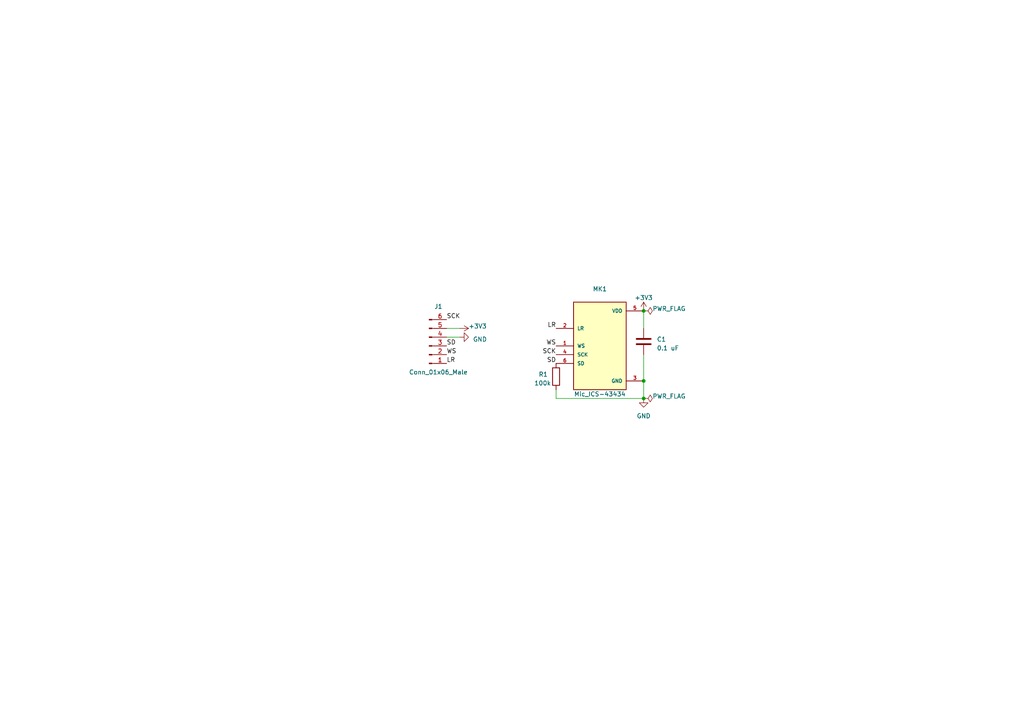
<source format=kicad_sch>
(kicad_sch (version 20210615) (generator eeschema)
  (paper "A4")
  (title_block (title "NB3 Ear") (date "2021-07-06") (rev "0.0.1") (company "Voight-Kampff") (comment 1 "MEMS microphone with I2S interface"))
  (lib_symbols
    (symbol "Connector:Conn_01x06_Male" (pin_names (offset 1.016) hide)
      (property "Reference" "J" (at 0 7.62 0))
      (property "Value" "Conn_01x06_Male" (at 0 -10.16 0))
      (symbol "Conn_01x06_Male_1_1"
        (rectangle (start 0.8636 -7.493) (end 0 -7.747) (stroke (width 0.1524)) (fill (type outline)))
        (rectangle (start 0.8636 -4.953) (end 0 -5.207) (stroke (width 0.1524)) (fill (type outline)))
        (rectangle (start 0.8636 -2.413) (end 0 -2.667) (stroke (width 0.1524)) (fill (type outline)))
        (rectangle (start 0.8636 0.127) (end 0 -0.127) (stroke (width 0.1524)) (fill (type outline)))
        (rectangle (start 0.8636 2.667) (end 0 2.413) (stroke (width 0.1524)) (fill (type outline)))
        (rectangle (start 0.8636 5.207) (end 0 4.953) (stroke (width 0.1524)) (fill (type outline)))
        (polyline (pts (xy 1.27 -7.62) (xy 0.8636 -7.62)) (stroke (width 0.1524)))
        (polyline (pts (xy 1.27 -5.08) (xy 0.8636 -5.08)) (stroke (width 0.1524)))
        (polyline (pts (xy 1.27 -2.54) (xy 0.8636 -2.54)) (stroke (width 0.1524)))
        (polyline (pts (xy 1.27 0) (xy 0.8636 0)) (stroke (width 0.1524)))
        (polyline (pts (xy 1.27 2.54) (xy 0.8636 2.54)) (stroke (width 0.1524)))
        (polyline (pts (xy 1.27 5.08) (xy 0.8636 5.08)) (stroke (width 0.1524)))
        (pin passive line (at 5.08 5.08 180) (length 3.81) (name "Pin_1") (number "1"))
        (pin passive line (at 5.08 2.54 180) (length 3.81) (name "Pin_2") (number "2"))
        (pin passive line (at 5.08 0 180) (length 3.81) (name "Pin_3") (number "3"))
        (pin passive line (at 5.08 -2.54 180) (length 3.81) (name "Pin_4") (number "4"))
        (pin passive line (at 5.08 -5.08 180) (length 3.81) (name "Pin_5") (number "5"))
        (pin passive line (at 5.08 -7.62 180) (length 3.81) (name "Pin_6") (number "6"))
      )
    )
    (symbol "Device:C" (pin_numbers hide) (pin_names (offset 0.254))
      (property "Reference" "C" (at 0.635 2.54 0))
      (property "Value" "C" (at 0.635 -2.54 0))
      (symbol "C_0_1"
        (polyline (pts (xy -2.032 -0.762) (xy 2.032 -0.762)) (stroke (width 0.508)))
        (polyline (pts (xy -2.032 0.762) (xy 2.032 0.762)) (stroke (width 0.508)))
      )
      (symbol "C_1_1"
        (pin passive line (at 0 3.81 270) (length 2.794) (name "~") (number "1"))
        (pin passive line (at 0 -3.81 90) (length 2.794) (name "~") (number "2"))
      )
    )
    (symbol "Device:R" (pin_numbers hide) (pin_names (offset 0))
      (property "Reference" "R" (at 2.032 0 90))
      (property "Value" "R" (at 0 0 90))
      (symbol "R_0_1"
        (rectangle (start -1.016 -2.54) (end 1.016 2.54) (stroke (width 0.254)))
      )
      (symbol "R_1_1"
        (pin passive line (at 0 3.81 270) (length 1.27) (name "~") (number "1"))
        (pin passive line (at 0 -3.81 90) (length 1.27) (name "~") (number "2"))
      )
    )
    (symbol "NB3_ear:Mic_ICS-43434" (pin_names (offset 1.016))
      (property "Reference" "MK" (at -7.6708 12.7762 0))
      (property "Value" "Mic_ICS-43434" (at -7.6708 -15.3416 0))
      (symbol "Mic_ICS-43434_0_0"
        (rectangle (start -7.62 -12.7) (end 7.62 12.7) (stroke (width 0.254)) (fill (type background)))
        (pin input line (at -12.7 0 0) (length 5.08) (name "WS") (number "1"))
        (pin input line (at -12.7 5.08 0) (length 5.08) (name "LR") (number "2"))
        (pin power_in line (at 12.7 -10.16 180) (length 5.08) (name "GND") (number "3"))
        (pin input line (at -12.7 -2.54 0) (length 5.08) (name "SCK") (number "4"))
        (pin power_in line (at 12.7 10.16 180) (length 5.08) (name "VDD") (number "5"))
        (pin output line (at -12.7 -5.08 0) (length 5.08) (name "SD") (number "6"))
      )
    )
    (symbol "power:+3.3V" (power) (pin_names (offset 0))
      (property "Value" "+3.3V" (at 0 3.556 0))
      (symbol "+3.3V_0_1"
        (polyline (pts (xy -0.762 1.27) (xy 0 2.54)))
        (polyline (pts (xy 0 0) (xy 0 2.54)))
        (polyline (pts (xy 0 2.54) (xy 0.762 1.27)))
      )
      (symbol "+3.3V_1_1"
        (pin power_in line (at 0 0 90) (length 0) hide (name "+3V3") (number "1"))
      )
    )
    (symbol "power:GND" (power) (pin_names (offset 0))
      (property "Value" "GND" (at 0 -3.81 0))
      (symbol "GND_0_1"
        (polyline (pts (xy 0 0) (xy 0 -1.27) (xy 1.27 -1.27) (xy 0 -2.54) (xy -1.27 -1.27) (xy 0 -1.27)))
      )
      (symbol "GND_1_1"
        (pin power_in line (at 0 0 270) (length 0) hide (name "GND") (number "1"))
      )
    )
    (symbol "power:PWR_FLAG" (power) (pin_numbers hide) (pin_names (offset 0) hide)
      (property "Value" "PWR_FLAG" (at 0 3.81 0))
      (symbol "PWR_FLAG_0_0"
        (pin power_out line (at 0 0 90) (length 0) (name "pwr") (number "1"))
      )
      (symbol "PWR_FLAG_0_1"
        (polyline (pts (xy 0 0) (xy 0 1.27) (xy -1.016 1.905) (xy 0 2.54) (xy 1.016 1.905) (xy 0 1.27)))
      )
    )
  )
  (junction (at 186.69 90.17) (diameter 0.9144))
  (junction (at 186.69 110.49) (diameter 0.9144))
  (junction (at 186.69 115.57) (diameter 0.9144))
  (wire (pts (xy 129.54 95.25) (xy 133.35 95.25)))
  (wire (pts (xy 129.54 97.79) (xy 133.35 97.79)))
  (wire (pts (xy 161.29 115.57) (xy 161.29 113.03)))
  (wire (pts (xy 186.69 90.17) (xy 186.69 95.25)))
  (wire (pts (xy 186.69 102.87) (xy 186.69 110.49)))
  (wire (pts (xy 186.69 110.49) (xy 186.69 115.57)))
  (wire (pts (xy 186.69 115.57) (xy 161.29 115.57)))
  (label "SCK" (at 129.54 92.71 0))
  (label "SD" (at 129.54 100.33 0))
  (label "WS" (at 129.54 102.87 0))
  (label "LR" (at 129.54 105.41 0))
  (label "LR" (at 161.29 95.25 180))
  (label "WS" (at 161.29 100.33 180))
  (label "SCK" (at 161.29 102.87 180))
  (label "SD" (at 161.29 105.41 180))
  (symbol (lib_id "power:+3.3V") (at 133.35 95.25 270) (unit 1)
    (property "Reference" "#PWR0101" (effects hide))
    (property "Value" "+3.3V" (at 135.89 94.6149 90) (effects (justify left)))
  )
  (symbol (lib_id "power:+3.3V") (at 186.69 90.17 0) (unit 1)
    (property "Reference" "#PWR0102" (effects hide))
    (property "Value" "+3.3V" (at 186.69 86.36 0))
  )
  (symbol (lib_id "power:PWR_FLAG") (at 186.69 90.17 270) (unit 1)
    (property "Reference" "#FLG0101" (effects hide))
    (property "Value" "PWR_FLAG" (at 189.23 89.5349 90) (effects (justify left)))
  )
  (symbol (lib_id "power:PWR_FLAG") (at 186.69 115.57 270) (unit 1)
    (property "Reference" "#FLG0102" (effects hide))
    (property "Value" "PWR_FLAG" (at 189.23 114.9349 90) (effects (justify left)))
  )
  (symbol (lib_id "power:GND") (at 133.35 97.79 90) (unit 1)
    (property "Reference" "#PWR0103" (effects hide))
    (property "Value" "GND" (at 137.16 98.4249 90) (effects (justify right)))
  )
  (symbol (lib_id "power:GND") (at 186.69 115.57 0) (unit 1)
    (property "Reference" "#PWR01" (effects hide))
    (property "Value" "GND" (at 186.69 120.65 0))
  )
  (symbol (lib_id "Device:R") (at 161.29 109.22 180) (unit 1)
    (property "Reference" "R1" (at 156.21 108.5849 0) (effects (justify right)))
    (property "Value" "100k" (at 154.94 111.1249 0) (effects (justify right)))
    (property "Footprint" "Resistor_SMD:R_0402_1005Metric" (effects hide))
  )
  (symbol (lib_id "Device:C") (at 186.69 99.06 0) (unit 1)
    (property "Reference" "C1" (at 190.5 98.4249 0) (effects (justify left)))
    (property "Value" "0.1 uF" (at 190.5 100.9649 0) (effects (justify left)))
    (property "Footprint" "Capacitor_SMD:C_0402_1005Metric" (effects hide))
  )
  (symbol (lib_id "Connector:Conn_01x06_Male") (at 124.46 100.33 0) (mirror x) (unit 1)
    (property "Reference" "J1" (at 127.1524 88.9 0))
    (property "Value" "Conn_01x06_Male" (at 127.1524 107.95 0))
    (property "Footprint" "Connector_PinHeader_2.54mm:PinHeader_1x06_P2.54mm_Horizontal" (effects hide))
  )
  (symbol (lib_id "NB3_ear:Mic_ICS-43434") (at 173.99 100.33 0) (unit 1)
    (property "Reference" "MK1" (at 173.99 83.82 0))
    (property "Value" "Mic_ICS-43434" (at 173.99 114.3 0))
    (property "Footprint" "NB3_ear:Mic_ICS-43434" (effects hide))
    (property "AVAILABILITY" "Bad" (effects hide))
    (property "PACKAGE" "LGA-6 TDK-InvenSense" (effects hide))
    (property "MP" "ICS-43434" (effects hide))
    (property "DESCRIPTION" "Multi-Mode Microphone with I2S Digital Output" (effects hide))
    (property "MF" "TDK-InvenSense" (effects hide))
    (property "PRICE" "2.43 USD" (effects hide))
  )
)
</source>
